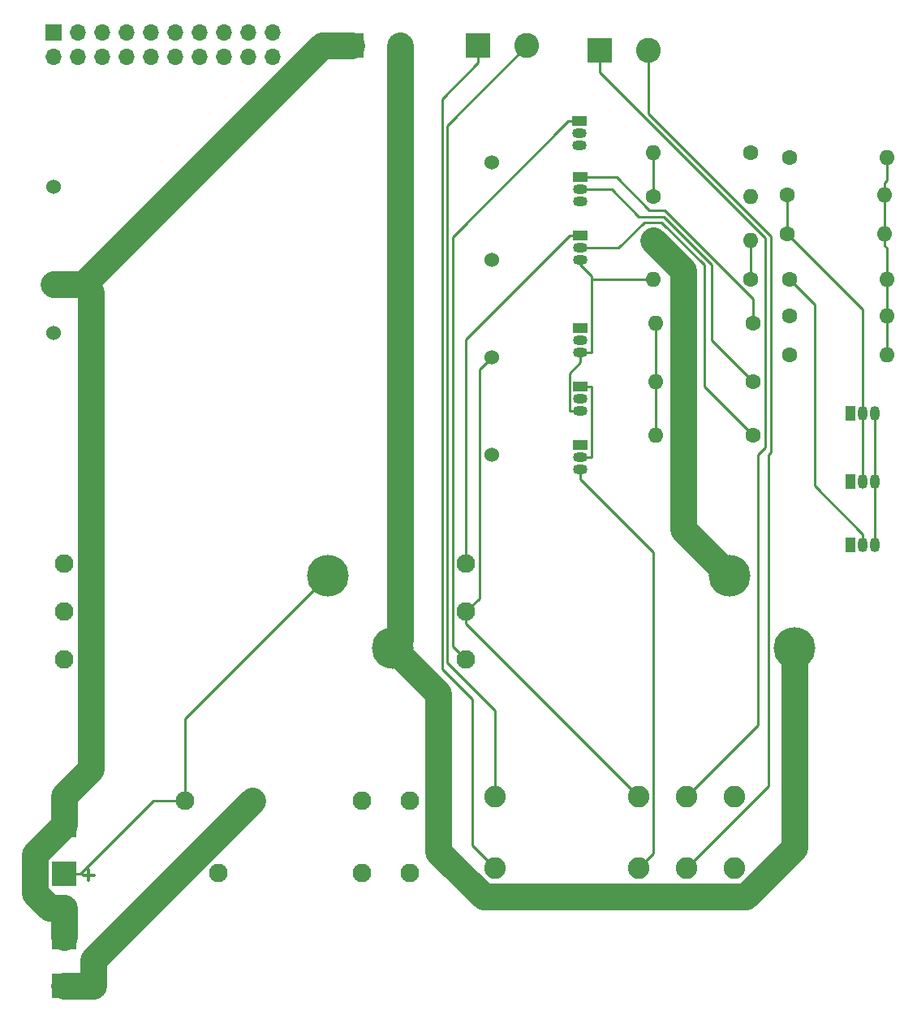
<source format=gbr>
%TF.GenerationSoftware,KiCad,Pcbnew,(5.1.6)-1*%
%TF.CreationDate,2021-11-09T13:55:38+01:00*%
%TF.ProjectId,FoxRobot,466f7852-6f62-46f7-942e-6b696361645f,V01*%
%TF.SameCoordinates,Original*%
%TF.FileFunction,Copper,L1,Top*%
%TF.FilePolarity,Positive*%
%FSLAX46Y46*%
G04 Gerber Fmt 4.6, Leading zero omitted, Abs format (unit mm)*
G04 Created by KiCad (PCBNEW (5.1.6)-1) date 2021-11-09 13:55:38*
%MOMM*%
%LPD*%
G01*
G04 APERTURE LIST*
%TA.AperFunction,NonConductor*%
%ADD10C,0.300000*%
%TD*%
%TA.AperFunction,ComponentPad*%
%ADD11C,1.524000*%
%TD*%
%TA.AperFunction,ComponentPad*%
%ADD12O,1.600000X1.600000*%
%TD*%
%TA.AperFunction,ComponentPad*%
%ADD13C,1.600000*%
%TD*%
%TA.AperFunction,ComponentPad*%
%ADD14R,1.500000X1.050000*%
%TD*%
%TA.AperFunction,ComponentPad*%
%ADD15O,1.500000X1.050000*%
%TD*%
%TA.AperFunction,ComponentPad*%
%ADD16R,1.050000X1.500000*%
%TD*%
%TA.AperFunction,ComponentPad*%
%ADD17O,1.050000X1.500000*%
%TD*%
%TA.AperFunction,ComponentPad*%
%ADD18C,1.950000*%
%TD*%
%TA.AperFunction,ComponentPad*%
%ADD19C,4.350000*%
%TD*%
%TA.AperFunction,ComponentPad*%
%ADD20O,1.700000X1.700000*%
%TD*%
%TA.AperFunction,ComponentPad*%
%ADD21R,1.700000X1.700000*%
%TD*%
%TA.AperFunction,ComponentPad*%
%ADD22C,2.600000*%
%TD*%
%TA.AperFunction,ComponentPad*%
%ADD23R,2.600000X2.600000*%
%TD*%
%TA.AperFunction,SMDPad,CuDef*%
%ADD24R,2.500000X2.500000*%
%TD*%
%TA.AperFunction,ComponentPad*%
%ADD25C,2.250000*%
%TD*%
%TA.AperFunction,Conductor*%
%ADD26C,0.250000*%
%TD*%
%TA.AperFunction,Conductor*%
%ADD27C,2.800000*%
%TD*%
G04 APERTURE END LIST*
D10*
X20256571Y-116947142D02*
X21399428Y-116947142D01*
X20828000Y-117518571D02*
X20828000Y-116375714D01*
X20256571Y-105263142D02*
X21399428Y-105263142D01*
X20828000Y-105834571D02*
X20828000Y-104691714D01*
D11*
%TO.P,U1,8*%
%TO.N,N/C*%
X62865000Y-61468000D03*
%TO.P,U1,7*%
%TO.N,+5V*%
X62865000Y-51308000D03*
%TO.P,U1,6*%
%TO.N,GND*%
X62865000Y-41148000D03*
%TO.P,U1,5*%
%TO.N,N/C*%
X62865000Y-30988000D03*
%TO.P,U1,4*%
%TO.N,Net-(K2-Pad5)*%
X17145000Y-48768000D03*
%TO.P,U1,3*%
%TO.N,Net-(J2-Pad1)*%
X17145000Y-43688000D03*
%TO.P,U1,1*%
%TO.N,N/C*%
X17145000Y-33528000D03*
%TD*%
D12*
%TO.P,R13,2*%
%TO.N,+5V*%
X80010000Y-59436000D03*
D13*
%TO.P,R13,1*%
%TO.N,Net-(Q9-Pad2)*%
X90170000Y-59436000D03*
%TD*%
D12*
%TO.P,R12,2*%
%TO.N,+5V*%
X80010000Y-53848000D03*
D13*
%TO.P,R12,1*%
%TO.N,Net-(Q8-Pad2)*%
X90170000Y-53848000D03*
%TD*%
D12*
%TO.P,R11,2*%
%TO.N,+5V*%
X80010000Y-47752000D03*
D13*
%TO.P,R11,1*%
%TO.N,Net-(Q7-Pad2)*%
X90170000Y-47752000D03*
%TD*%
D12*
%TO.P,R10,2*%
%TO.N,+5V*%
X104140000Y-30480000D03*
D13*
%TO.P,R10,1*%
%TO.N,Net-(Q6-Pad2)*%
X93980000Y-30480000D03*
%TD*%
D12*
%TO.P,R9,2*%
%TO.N,+5V*%
X104138000Y-51022000D03*
D13*
%TO.P,R9,1*%
%TO.N,Net-(Q5-Pad2)*%
X93978000Y-51022000D03*
%TD*%
D12*
%TO.P,R8,2*%
%TO.N,+5V*%
X104138000Y-46972000D03*
D13*
%TO.P,R8,1*%
%TO.N,Net-(Q4-Pad2)*%
X93978000Y-46972000D03*
%TD*%
D12*
%TO.P,R7,2*%
%TO.N,+5V*%
X104140000Y-43180000D03*
D13*
%TO.P,R7,1*%
%TO.N,Net-(Q3-Pad2)*%
X93980000Y-43180000D03*
%TD*%
D12*
%TO.P,R6,2*%
%TO.N,+5V*%
X103846000Y-38366000D03*
D13*
%TO.P,R6,1*%
%TO.N,Net-(Q1-Pad2)*%
X93686000Y-38366000D03*
%TD*%
D12*
%TO.P,R5,2*%
%TO.N,+5V*%
X103846000Y-34316000D03*
D13*
%TO.P,R5,1*%
%TO.N,Net-(Q1-Pad2)*%
X93686000Y-34316000D03*
%TD*%
D12*
%TO.P,R4,2*%
%TO.N,GND*%
X89916000Y-34544000D03*
D13*
%TO.P,R4,1*%
%TO.N,Net-(J5-Pad3)*%
X79756000Y-34544000D03*
%TD*%
D12*
%TO.P,R3,2*%
%TO.N,GND*%
X79756000Y-43180000D03*
D13*
%TO.P,R3,1*%
%TO.N,Net-(J5-Pad4)*%
X89916000Y-43180000D03*
%TD*%
D12*
%TO.P,R2,2*%
%TO.N,Net-(J5-Pad3)*%
X79756000Y-29972000D03*
D13*
%TO.P,R2,1*%
%TO.N,Net-(J3-Pad2)*%
X89916000Y-29972000D03*
%TD*%
D12*
%TO.P,R1,2*%
%TO.N,Net-(J5-Pad4)*%
X89916000Y-39116000D03*
D13*
%TO.P,R1,1*%
%TO.N,Net-(J2-Pad2)*%
X79756000Y-39116000D03*
%TD*%
D14*
%TO.P,Q9,1*%
%TO.N,Net-(K4-Pad2)*%
X72136000Y-38608000D03*
D15*
%TO.P,Q9,3*%
%TO.N,GND*%
X72136000Y-41148000D03*
%TO.P,Q9,2*%
%TO.N,Net-(Q9-Pad2)*%
X72136000Y-39878000D03*
%TD*%
D14*
%TO.P,Q8,1*%
%TO.N,Net-(Q7-Pad2)*%
X72136000Y-32512000D03*
D15*
%TO.P,Q8,3*%
%TO.N,GND*%
X72136000Y-35052000D03*
%TO.P,Q8,2*%
%TO.N,Net-(Q8-Pad2)*%
X72136000Y-33782000D03*
%TD*%
D14*
%TO.P,Q7,1*%
%TO.N,Net-(K4-Pad1)*%
X72009000Y-26670000D03*
D15*
%TO.P,Q7,3*%
%TO.N,GND*%
X72009000Y-29210000D03*
%TO.P,Q7,2*%
%TO.N,Net-(Q7-Pad2)*%
X72009000Y-27940000D03*
%TD*%
D14*
%TO.P,Q6,1*%
%TO.N,Net-(K3-Pad2)*%
X72136000Y-48260000D03*
D15*
%TO.P,Q6,3*%
%TO.N,GND*%
X72136000Y-50800000D03*
%TO.P,Q6,2*%
%TO.N,Net-(Q6-Pad2)*%
X72136000Y-49530000D03*
%TD*%
D14*
%TO.P,Q5,1*%
%TO.N,Net-(Q4-Pad2)*%
X72136000Y-54356000D03*
D15*
%TO.P,Q5,3*%
%TO.N,GND*%
X72136000Y-56896000D03*
%TO.P,Q5,2*%
%TO.N,Net-(Q5-Pad2)*%
X72136000Y-55626000D03*
%TD*%
D14*
%TO.P,Q4,1*%
%TO.N,Net-(K3-Pad1)*%
X72136000Y-60452000D03*
D15*
%TO.P,Q4,3*%
%TO.N,GND*%
X72136000Y-62992000D03*
%TO.P,Q4,2*%
%TO.N,Net-(Q4-Pad2)*%
X72136000Y-61722000D03*
%TD*%
D16*
%TO.P,Q3,1*%
%TO.N,Net-(K2-Pad1)*%
X100330000Y-70866000D03*
D17*
%TO.P,Q3,3*%
%TO.N,GND*%
X102870000Y-70866000D03*
%TO.P,Q3,2*%
%TO.N,Net-(Q3-Pad2)*%
X101600000Y-70866000D03*
%TD*%
D16*
%TO.P,Q2,1*%
%TO.N,Net-(Q1-Pad2)*%
X100330000Y-64262000D03*
D17*
%TO.P,Q2,3*%
%TO.N,GND*%
X102870000Y-64262000D03*
%TO.P,Q2,2*%
%TO.N,Net-(Q1-Pad2)*%
X101600000Y-64262000D03*
%TD*%
D16*
%TO.P,Q1,1*%
%TO.N,Net-(K2-Pad2)*%
X100330000Y-57150000D03*
D17*
%TO.P,Q1,3*%
%TO.N,GND*%
X102870000Y-57150000D03*
%TO.P,Q1,2*%
%TO.N,Net-(Q1-Pad2)*%
X101600000Y-57150000D03*
%TD*%
D18*
%TO.P,K4,5*%
%TO.N,+5V*%
X60198000Y-77804000D03*
D19*
%TO.P,K4,4*%
%TO.N,Net-(J6-Pad2)*%
X94448000Y-81554000D03*
%TO.P,K4,3*%
%TO.N,Net-(J2-Pad2)*%
X87698000Y-74054000D03*
D18*
%TO.P,K4,2*%
%TO.N,Net-(K4-Pad2)*%
X60198000Y-72804000D03*
%TO.P,K4,1*%
%TO.N,Net-(K4-Pad1)*%
X60198000Y-82804000D03*
%TD*%
%TO.P,K3,5*%
%TO.N,+5V*%
X18288000Y-77804000D03*
D19*
%TO.P,K3,4*%
%TO.N,Net-(J6-Pad2)*%
X52538000Y-81554000D03*
%TO.P,K3,3*%
%TO.N,Net-(J3-Pad2)*%
X45788000Y-74054000D03*
D18*
%TO.P,K3,2*%
%TO.N,Net-(K3-Pad2)*%
X18288000Y-72804000D03*
%TO.P,K3,1*%
%TO.N,Net-(K3-Pad1)*%
X18288000Y-82804000D03*
%TD*%
%TO.P,K2,7*%
%TO.N,+5V*%
X54356000Y-105036000D03*
%TO.P,K2,6*%
X49356000Y-105036000D03*
%TO.P,K2,5*%
%TO.N,Net-(K2-Pad5)*%
X34356000Y-105036000D03*
%TO.P,K2,4*%
%TO.N,Net-(J3-Pad2)*%
X30856000Y-97536000D03*
%TO.P,K2,3*%
%TO.N,Net-(J2-Pad2)*%
X37856000Y-97536000D03*
%TO.P,K2,2*%
%TO.N,Net-(K2-Pad2)*%
X49356000Y-97536000D03*
%TO.P,K2,1*%
%TO.N,Net-(K2-Pad1)*%
X54356000Y-97536000D03*
%TD*%
D20*
%TO.P,J5,20*%
%TO.N,GND*%
X40005000Y-19939000D03*
%TO.P,J5,19*%
%TO.N,N/C*%
X40005000Y-17399000D03*
%TO.P,J5,18*%
%TO.N,GND*%
X37465000Y-19939000D03*
%TO.P,J5,17*%
%TO.N,N/C*%
X37465000Y-17399000D03*
%TO.P,J5,16*%
%TO.N,GND*%
X34925000Y-19939000D03*
%TO.P,J5,15*%
%TO.N,N/C*%
X34925000Y-17399000D03*
%TO.P,J5,14*%
%TO.N,GND*%
X32385000Y-19939000D03*
%TO.P,J5,13*%
%TO.N,N/C*%
X32385000Y-17399000D03*
%TO.P,J5,12*%
X29845000Y-19939000D03*
%TO.P,J5,11*%
X29845000Y-17399000D03*
%TO.P,J5,10*%
X27305000Y-19939000D03*
%TO.P,J5,9*%
X27305000Y-17399000D03*
%TO.P,J5,8*%
X24765000Y-19939000D03*
%TO.P,J5,7*%
X24765000Y-17399000D03*
%TO.P,J5,6*%
X22225000Y-19939000D03*
%TO.P,J5,5*%
X22225000Y-17399000D03*
%TO.P,J5,4*%
%TO.N,Net-(J5-Pad4)*%
X19685000Y-19939000D03*
%TO.P,J5,3*%
%TO.N,Net-(J5-Pad3)*%
X19685000Y-17399000D03*
%TO.P,J5,2*%
%TO.N,N/C*%
X17145000Y-19939000D03*
D21*
%TO.P,J5,1*%
X17145000Y-17399000D03*
%TD*%
D22*
%TO.P,J4,2*%
%TO.N,Net-(J4-Pad2)*%
X79248000Y-19304000D03*
D23*
%TO.P,J4,1*%
%TO.N,Net-(J4-Pad1)*%
X74168000Y-19304000D03*
%TD*%
D24*
%TO.P,J3,2*%
%TO.N,Net-(J3-Pad2)*%
X18288000Y-105156000D03*
%TO.P,J3,1*%
%TO.N,Net-(J2-Pad1)*%
X18288000Y-100076000D03*
%TD*%
%TO.P,J2,2*%
%TO.N,Net-(J2-Pad2)*%
X18288000Y-116840000D03*
%TO.P,J2,1*%
%TO.N,Net-(J2-Pad1)*%
X18288000Y-111760000D03*
%TD*%
D25*
%TO.P,K1,11*%
%TO.N,Net-(J4-Pad2)*%
X83192000Y-104542000D03*
%TO.P,K1,12*%
%TO.N,GND*%
X78192000Y-104542000D03*
%TO.P,K1,14*%
%TO.N,Net-(J1-Pad1)*%
X88192000Y-104542000D03*
%TO.P,K1,21*%
%TO.N,Net-(J4-Pad1)*%
X83192000Y-97042000D03*
%TO.P,K1,22*%
%TO.N,+5V*%
X78192000Y-97042000D03*
%TO.P,K1,24*%
%TO.N,Net-(J1-Pad2)*%
X88192000Y-97042000D03*
%TO.P,K1,A1*%
%TO.N,Net-(J1-Pad1)*%
X63192000Y-104542000D03*
%TO.P,K1,A2*%
%TO.N,Net-(J1-Pad2)*%
X63192000Y-97042000D03*
%TD*%
D23*
%TO.P,J1,1*%
%TO.N,Net-(J1-Pad1)*%
X61468000Y-18796000D03*
D22*
%TO.P,J1,2*%
%TO.N,Net-(J1-Pad2)*%
X66548000Y-18796000D03*
%TD*%
D23*
%TO.P,J6,1*%
%TO.N,Net-(J2-Pad1)*%
X48260000Y-18796000D03*
D22*
%TO.P,J6,2*%
%TO.N,Net-(J6-Pad2)*%
X53340000Y-18796000D03*
%TD*%
D26*
%TO.N,GND*%
X73311300Y-43180000D02*
X73311300Y-50800000D01*
X72136000Y-41623100D02*
X73311300Y-42798400D01*
X73311300Y-42798400D02*
X73311300Y-43180000D01*
X73311300Y-43180000D02*
X78530700Y-43180000D01*
X72136000Y-50800000D02*
X73311300Y-50800000D01*
X72136000Y-50800000D02*
X72136000Y-51750300D01*
X72136000Y-56896000D02*
X70960700Y-56896000D01*
X70960700Y-56896000D02*
X70960700Y-52925600D01*
X70960700Y-52925600D02*
X72136000Y-51750300D01*
X79756000Y-43180000D02*
X78530700Y-43180000D01*
X72136000Y-41148000D02*
X72136000Y-41623100D01*
X72136000Y-62992000D02*
X72136000Y-63942300D01*
X78192000Y-104542000D02*
X79754500Y-102979500D01*
X79754500Y-102979500D02*
X79754500Y-71560800D01*
X79754500Y-71560800D02*
X72136000Y-63942300D01*
X102870000Y-64262000D02*
X102870000Y-70866000D01*
X102870000Y-57150000D02*
X102870000Y-64262000D01*
%TO.N,Net-(Q1-Pad2)*%
X93686000Y-38366000D02*
X93686000Y-34316000D01*
X101600000Y-57150000D02*
X101600000Y-46280000D01*
X101600000Y-46280000D02*
X93686000Y-38366000D01*
X101600000Y-64262000D02*
X101600000Y-57150000D01*
%TO.N,Net-(Q4-Pad2)*%
X72136000Y-54356000D02*
X73311300Y-54356000D01*
X72136000Y-61722000D02*
X73311300Y-61722000D01*
X73311300Y-61722000D02*
X73311300Y-54356000D01*
%TO.N,+5V*%
X60198000Y-77804000D02*
X61619400Y-76382600D01*
X61619400Y-76382600D02*
X61619400Y-52553600D01*
X61619400Y-52553600D02*
X62865000Y-51308000D01*
X78192000Y-97042000D02*
X60198000Y-79048000D01*
X60198000Y-79048000D02*
X60198000Y-77804000D01*
X103846000Y-38366000D02*
X103846000Y-39591300D01*
X103846000Y-39591300D02*
X104140000Y-39885300D01*
X104140000Y-39885300D02*
X104140000Y-43180000D01*
X103846000Y-38366000D02*
X103846000Y-34316000D01*
X104138000Y-46972000D02*
X104138000Y-45746700D01*
X104138000Y-45746700D02*
X104140000Y-45744700D01*
X104140000Y-45744700D02*
X104140000Y-43180000D01*
X104138000Y-46972000D02*
X104138000Y-51022000D01*
X80010000Y-53848000D02*
X80010000Y-59436000D01*
X80010000Y-47752000D02*
X80010000Y-53848000D01*
X103846000Y-34316000D02*
X103846000Y-33090700D01*
X103846000Y-33090700D02*
X104140000Y-32796700D01*
X104140000Y-32796700D02*
X104140000Y-30480000D01*
%TO.N,Net-(J1-Pad2)*%
X66548000Y-18796000D02*
X58229300Y-27114700D01*
X58229300Y-27114700D02*
X58229300Y-83103700D01*
X58229300Y-83103700D02*
X63192000Y-88066400D01*
X63192000Y-88066400D02*
X63192000Y-97042000D01*
%TO.N,Net-(J1-Pad1)*%
X61468000Y-20521300D02*
X57679000Y-24310300D01*
X57679000Y-24310300D02*
X57679000Y-83763000D01*
X57679000Y-83763000D02*
X60802100Y-86886100D01*
X60802100Y-86886100D02*
X60802100Y-102152100D01*
X60802100Y-102152100D02*
X63192000Y-104542000D01*
X61468000Y-18796000D02*
X61468000Y-20521300D01*
D27*
%TO.N,Net-(J2-Pad2)*%
X79756000Y-39116000D02*
X82832400Y-42192400D01*
X82832400Y-42192400D02*
X82832400Y-69188400D01*
X82832400Y-69188400D02*
X87698000Y-74054000D01*
X18288000Y-116840000D02*
X21338300Y-116840000D01*
X21338300Y-116840000D02*
X21338300Y-114053700D01*
X21338300Y-114053700D02*
X37856000Y-97536000D01*
D26*
%TO.N,Net-(J4-Pad1)*%
X74168000Y-19304000D02*
X74168000Y-21575100D01*
X74168000Y-21575100D02*
X91396100Y-38803200D01*
X91396100Y-38803200D02*
X91396100Y-60676200D01*
X91396100Y-60676200D02*
X90622200Y-61450100D01*
X90622200Y-61450100D02*
X90622200Y-89611800D01*
X90622200Y-89611800D02*
X83192000Y-97042000D01*
%TO.N,Net-(J4-Pad2)*%
X83192000Y-104542000D02*
X91722800Y-96011200D01*
X91722800Y-96011200D02*
X91722800Y-61403100D01*
X91722800Y-61403100D02*
X91985700Y-61140200D01*
X91985700Y-61140200D02*
X91985700Y-38614400D01*
X91985700Y-38614400D02*
X79248000Y-25876700D01*
X79248000Y-25876700D02*
X79248000Y-19304000D01*
%TO.N,Net-(Q3-Pad2)*%
X101600000Y-70866000D02*
X101600000Y-69690700D01*
X101600000Y-69690700D02*
X96546600Y-64637300D01*
X96546600Y-64637300D02*
X96546600Y-45746600D01*
X96546600Y-45746600D02*
X93980000Y-43180000D01*
%TO.N,Net-(Q7-Pad2)*%
X90170000Y-47752000D02*
X90170000Y-45204700D01*
X90170000Y-45204700D02*
X80876100Y-35910800D01*
X80876100Y-35910800D02*
X79319600Y-35910800D01*
X79319600Y-35910800D02*
X75920800Y-32512000D01*
X75920800Y-32512000D02*
X72136000Y-32512000D01*
%TO.N,Net-(Q8-Pad2)*%
X90170000Y-53848000D02*
X85791900Y-49469900D01*
X85791900Y-49469900D02*
X85791900Y-41604900D01*
X85791900Y-41604900D02*
X80827400Y-36640400D01*
X80827400Y-36640400D02*
X78233700Y-36640400D01*
X78233700Y-36640400D02*
X75375300Y-33782000D01*
X75375300Y-33782000D02*
X72136000Y-33782000D01*
%TO.N,Net-(Q9-Pad2)*%
X72136000Y-39878000D02*
X76096700Y-39878000D01*
X76096700Y-39878000D02*
X78784000Y-37190700D01*
X78784000Y-37190700D02*
X80599400Y-37190700D01*
X80599400Y-37190700D02*
X85047000Y-41638300D01*
X85047000Y-41638300D02*
X85047000Y-54313000D01*
X85047000Y-54313000D02*
X90170000Y-59436000D01*
D27*
%TO.N,Net-(J2-Pad1)*%
X18288000Y-100076000D02*
X18288000Y-97025700D01*
X20267700Y-43688000D02*
X17145000Y-43688000D01*
X45159700Y-18796000D02*
X20267700Y-43688000D01*
X18288000Y-97025700D02*
X21079000Y-94234700D01*
X21079000Y-94234700D02*
X21079000Y-44499300D01*
X21079000Y-44499300D02*
X20267700Y-43688000D01*
X18288000Y-108709700D02*
X16762800Y-108709700D01*
X16762800Y-108709700D02*
X15237600Y-107184500D01*
X15237600Y-107184500D02*
X15237600Y-103126400D01*
X15237600Y-103126400D02*
X18288000Y-100076000D01*
X48260000Y-18796000D02*
X45159700Y-18796000D01*
X18288000Y-111760000D02*
X18288000Y-108709700D01*
D26*
%TO.N,Net-(J3-Pad2)*%
X30856000Y-97536000D02*
X30856000Y-88986000D01*
X30856000Y-88986000D02*
X45788000Y-74054000D01*
X19963300Y-105156000D02*
X27583300Y-97536000D01*
X27583300Y-97536000D02*
X30856000Y-97536000D01*
X18288000Y-105156000D02*
X19963300Y-105156000D01*
%TO.N,Net-(J5-Pad4)*%
X89916000Y-39116000D02*
X89916000Y-43180000D01*
%TO.N,Net-(J5-Pad3)*%
X79756000Y-29972000D02*
X79756000Y-34544000D01*
%TO.N,Net-(K4-Pad1)*%
X72009000Y-26670000D02*
X70833700Y-26670000D01*
X60198000Y-82804000D02*
X58779700Y-81385700D01*
X58779700Y-81385700D02*
X58779700Y-38724000D01*
X58779700Y-38724000D02*
X70833700Y-26670000D01*
D27*
%TO.N,Net-(J6-Pad2)*%
X52538000Y-81554000D02*
X57290200Y-86306200D01*
X57290200Y-86306200D02*
X57290200Y-102798400D01*
X57290200Y-102798400D02*
X61992600Y-107500800D01*
X61992600Y-107500800D02*
X89398900Y-107500800D01*
X89398900Y-107500800D02*
X94448000Y-102451700D01*
X94448000Y-102451700D02*
X94448000Y-81554000D01*
X53340000Y-18796000D02*
X53340000Y-80752000D01*
X53340000Y-80752000D02*
X52538000Y-81554000D01*
D26*
%TO.N,Net-(K4-Pad2)*%
X60198000Y-72804000D02*
X60198000Y-49370700D01*
X60198000Y-49370700D02*
X70960700Y-38608000D01*
X72136000Y-38608000D02*
X70960700Y-38608000D01*
%TD*%
M02*

</source>
